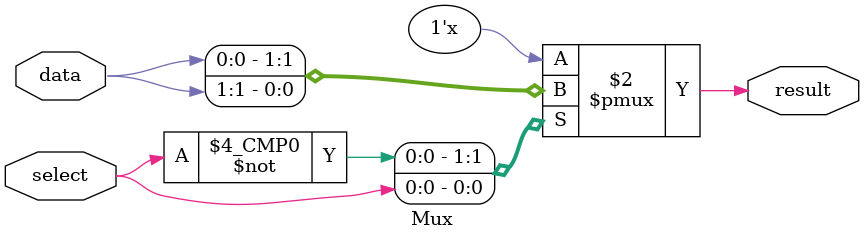
<source format=v>

module Mux (
    input select,
    input [1:0] data,
    output reg  result
);
    always @(select) begin
        case (select)
            0: result = data[0];
            1: result = data[1];
        endcase
    end
endmodule

</source>
